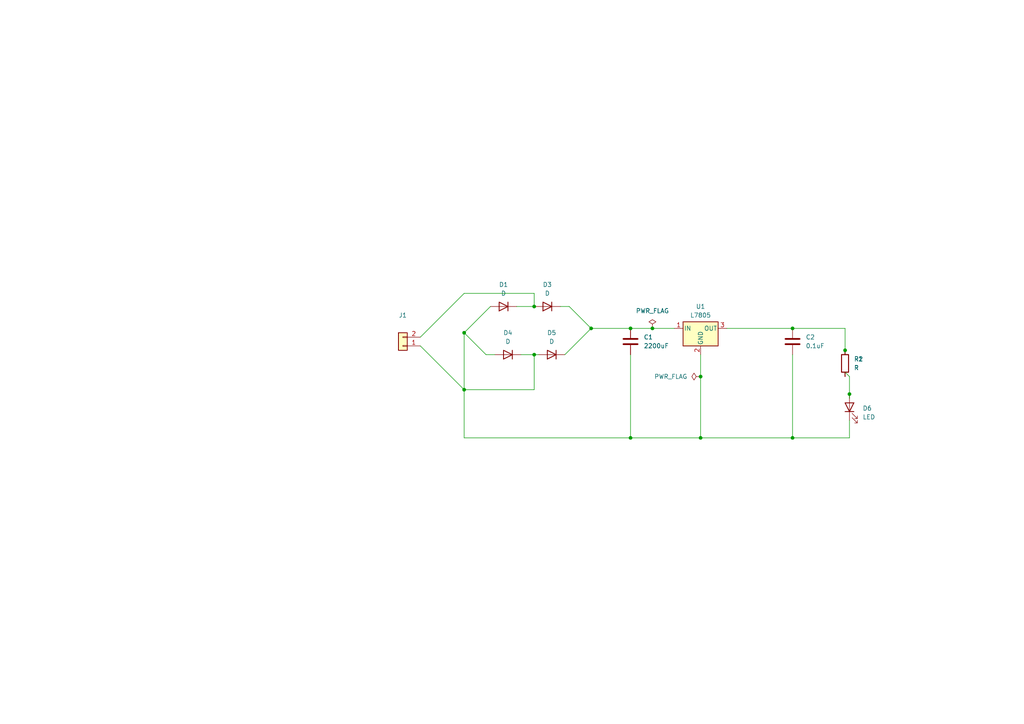
<source format=kicad_sch>
(kicad_sch (version 20231120) (generator "eeschema") (generator_version "8.0")
  (paper "A4")
  (lib_symbols
    (symbol "Connector_Generic:Conn_01x02" (pin_names (offset 1.016) hide)
      (property "Reference" "J" (at 0 2.54 0))
      (property "Value" "Conn_01x02" (at 0 -5.08 0))
      (symbol "Conn_01x02_1_1"
        (rectangle (start -1.27 -2.413) (end 0 -2.667) (stroke (width 0.1524)))
        (rectangle (start -1.27 0.127) (end 0 -0.127) (stroke (width 0.1524)))
        (rectangle (start -1.27 1.27) (end 1.27 -3.81) (stroke (width 0.254)) (fill (type background)))
        (pin passive line (at -5.08 0 0) (length 3.81) (name "Pin_1") (number "1"))
        (pin passive line (at -5.08 -2.54 0) (length 3.81) (name "Pin_2") (number "2"))
      )
    )
    (symbol "Device:C" (pin_numbers hide) (pin_names (offset 0.254))
      (property "Reference" "C" (at 0.635 2.54 0))
      (property "Value" "C" (at 0.635 -2.54 0))
      (symbol "C_0_1"
        (polyline (pts (xy -2.032 -0.762) (xy 2.032 -0.762)) (stroke (width 0.508)))
        (polyline (pts (xy -2.032 0.762) (xy 2.032 0.762)) (stroke (width 0.508)))
      )
      (symbol "C_1_1"
        (pin passive line (at 0 3.81 270) (length 2.794) (name "~") (number "1"))
        (pin passive line (at 0 -3.81 90) (length 2.794) (name "~") (number "2"))
      )
    )
    (symbol "Device:D" (pin_numbers hide) (pin_names (offset 1.016) hide)
      (property "Reference" "D" (at 0 2.54 0))
      (property "Value" "D" (at 0 -2.54 0))
      (symbol "D_0_1"
        (polyline (pts (xy -1.27 1.27) (xy -1.27 -1.27)) (stroke (width 0.254)))
        (polyline (pts (xy 1.27 0) (xy -1.27 0)))
        (polyline (pts (xy 1.27 1.27) (xy 1.27 -1.27) (xy -1.27 0) (xy 1.27 1.27)) (stroke (width 0.254)))
      )
      (symbol "D_1_1"
        (pin passive line (at -3.81 0 0) (length 2.54) (name "K") (number "1"))
        (pin passive line (at 3.81 0 180) (length 2.54) (name "A") (number "2"))
      )
    )
    (symbol "Device:LED" (pin_numbers hide) (pin_names (offset 1.016) hide)
      (property "Reference" "D" (at 0 2.54 0))
      (property "Value" "LED" (at 0 -2.54 0))
      (symbol "LED_0_1"
        (polyline (pts (xy -1.27 -1.27) (xy -1.27 1.27)) (stroke (width 0.254)))
        (polyline (pts (xy -1.27 0) (xy 1.27 0)))
        (polyline (pts (xy 1.27 -1.27) (xy 1.27 1.27) (xy -1.27 0) (xy 1.27 -1.27)) (stroke (width 0.254)))
        (polyline (pts (xy -3.048 -0.762) (xy -4.572 -2.286) (xy -3.81 -2.286) (xy -4.572 -2.286) (xy -4.572 -1.524)))
        (polyline (pts (xy -1.778 -0.762) (xy -3.302 -2.286) (xy -2.54 -2.286) (xy -3.302 -2.286) (xy -3.302 -1.524)))
      )
      (symbol "LED_1_1"
        (pin passive line (at -3.81 0 0) (length 2.54) (name "K") (number "1"))
        (pin passive line (at 3.81 0 180) (length 2.54) (name "A") (number "2"))
      )
    )
    (symbol "Device:R" (pin_numbers hide) (pin_names (offset 0))
      (property "Reference" "R" (at 2.032 0 90))
      (property "Value" "R" (at 0 0 90))
      (symbol "R_0_1"
        (rectangle (start -1.016 -2.54) (end 1.016 2.54) (stroke (width 0.254)))
      )
      (symbol "R_1_1"
        (pin passive line (at 0 3.81 270) (length 1.27) (name "~") (number "1"))
        (pin passive line (at 0 -3.81 90) (length 1.27) (name "~") (number "2"))
      )
    )
    (symbol "Regulator_Linear:L7805" (pin_names (offset 0.254))
      (property "Reference" "U" (at -3.81 3.175 0))
      (property "Value" "L7805" (at 0 3.175 0))
      (symbol "L7805_0_1"
        (rectangle (start -5.08 1.905) (end 5.08 -5.08) (stroke (width 0.254)) (fill (type background)))
      )
      (symbol "L7805_1_1"
        (pin power_in line (at -7.62 0 0) (length 2.54) (name "IN") (number "1"))
        (pin power_in line (at 0 -7.62 90) (length 2.54) (name "GND") (number "2"))
        (pin power_out line (at 7.62 0 180) (length 2.54) (name "OUT") (number "3"))
      )
    )
    (symbol "power:PWR_FLAG" (power) (pin_numbers hide) (pin_names (offset 0) hide)
      (property "Value" "PWR_FLAG" (at 0 3.81 0))
      (symbol "PWR_FLAG_0_0"
        (pin power_out line (at 0 0 90) (length 0) (name "~") (number "1"))
      )
      (symbol "PWR_FLAG_0_1"
        (polyline (pts (xy 0 0) (xy 0 1.27) (xy -1.016 1.905) (xy 0 2.54) (xy 1.016 1.905) (xy 0 1.27)))
      )
    )
  )
  (junction (at 134.62 96.52))
  (junction (at 245.11 101.6))
  (junction (at 203.2 109.22))
  (junction (at 229.87 127))
  (junction (at 229.87 95.25))
  (junction (at 182.88 95.25))
  (junction (at 203.2 127))
  (junction (at 246.38 114.3))
  (junction (at 134.62 113.03))
  (junction (at 154.94 88.9))
  (junction (at 171.45 95.25))
  (junction (at 182.88 127))
  (junction (at 154.94 102.87))
  (junction (at 189.23 95.25))
  (wire (pts (xy 245.11 107.95) (xy 246.38 109.22)))
  (wire (pts (xy 134.62 85.09) (xy 154.94 85.09)))
  (wire (pts (xy 149.86 88.9) (xy 154.94 88.9)))
  (wire (pts (xy 189.23 95.25) (xy 195.58 95.25)))
  (wire (pts (xy 134.62 96.52) (xy 142.24 88.9)))
  (wire (pts (xy 134.62 113.03) (xy 134.62 127)))
  (wire (pts (xy 154.94 102.87) (xy 156.21 102.87)))
  (wire (pts (xy 245.11 95.25) (xy 245.11 101.6)))
  (wire (pts (xy 229.87 127) (xy 246.38 127)))
  (wire (pts (xy 203.2 127) (xy 229.87 127)))
  (wire (pts (xy 182.88 102.87) (xy 182.88 127)))
  (wire (pts (xy 134.62 113.03) (xy 121.92 100.33)))
  (wire (pts (xy 246.38 121.92) (xy 246.38 127)))
  (wire (pts (xy 229.87 102.87) (xy 229.87 127)))
  (wire (pts (xy 163.83 102.87) (xy 171.45 95.25)))
  (wire (pts (xy 229.87 95.25) (xy 245.11 95.25)))
  (wire (pts (xy 182.88 95.25) (xy 189.23 95.25)))
  (wire (pts (xy 162.56 88.9) (xy 165.1 88.9)))
  (wire (pts (xy 203.2 109.22) (xy 203.2 127)))
  (wire (pts (xy 246.38 109.22) (xy 246.38 114.3)))
  (wire (pts (xy 246.38 114.3) (xy 246.38 115.57)))
  (wire (pts (xy 154.94 113.03) (xy 134.62 113.03)))
  (wire (pts (xy 210.82 95.25) (xy 229.87 95.25)))
  (wire (pts (xy 203.2 102.87) (xy 203.2 109.22)))
  (wire (pts (xy 134.62 127) (xy 182.88 127)))
  (wire (pts (xy 143.51 102.87) (xy 140.97 102.87)))
  (wire (pts (xy 140.97 102.87) (xy 134.62 96.52)))
  (wire (pts (xy 134.62 96.52) (xy 134.62 113.03)))
  (wire (pts (xy 121.92 97.79) (xy 134.62 85.09)))
  (wire (pts (xy 154.94 85.09) (xy 154.94 88.9)))
  (wire (pts (xy 151.13 102.87) (xy 154.94 102.87)))
  (wire (pts (xy 171.45 95.25) (xy 182.88 95.25)))
  (wire (pts (xy 154.94 102.87) (xy 154.94 113.03)))
  (wire (pts (xy 245.11 101.6) (xy 245.11 102.87)))
  (wire (pts (xy 165.1 88.9) (xy 171.45 95.25)))
  (wire (pts (xy 182.88 127) (xy 203.2 127)))
  (symbol (lib_id "Device:D") (at 160.02 102.87 180) (unit 1)
    (property "Reference" "D5" (at 160.02 96.52 0))
    (property "Value" "D" (at 160.02 99.06 0))
    (property "Footprint" "Diode_THT:D_DO-15_P10.16mm_Horizontal" (effects (hide yes)))
    (property "Description" "Diode" (effects (hide yes)))
    (property "Sim.Device" "D" (effects (hide yes)))
    (property "Sim.Pins" "1=K 2=A" (effects (hide yes)))
  )
  (symbol (lib_id "Device:R") (at 245.11 105.41 0) (unit 1)
    (property "Reference" "R1" (at 247.65 104.1399 0) (effects (justify left)))
    (property "Value" "R" (at 247.65 106.6799 0) (effects (justify left)))
    (property "Description" "Resistor" (effects (hide yes)))
  )
  (symbol (lib_id "Device:C") (at 182.88 99.06 0) (unit 1)
    (property "Reference" "C1" (at 186.69 97.7899 0) (effects (justify left)))
    (property "Value" "2200uF" (at 186.69 100.3299 0) (effects (justify left)))
    (property "Footprint" "Capacitor_THT:CP_Radial_D5.0mm_P2.00mm" (effects (hide yes)))
    (property "Description" "Unpolarized capacitor" (effects (hide yes)))
  )
  (symbol (lib_id "Device:LED") (at 246.38 118.11 90) (unit 1)
    (property "Reference" "D6" (at 250.19 118.4274 90) (effects (justify right)))
    (property "Value" "LED" (at 250.19 120.9674 90) (effects (justify right)))
    (property "Footprint" "LED_THT:LED_D3.0mm" (effects (hide yes)))
    (property "Description" "Light emitting diode" (effects (hide yes)))
  )
  (symbol (lib_id "Device:D") (at 158.75 88.9 180) (unit 1)
    (property "Reference" "D3" (at 158.75 82.55 0))
    (property "Value" "D" (at 158.75 85.09 0))
    (property "Footprint" "Diode_THT:D_DO-15_P10.16mm_Horizontal" (effects (hide yes)))
    (property "Description" "Diode" (effects (hide yes)))
    (property "Sim.Device" "D" (effects (hide yes)))
    (property "Sim.Pins" "1=K 2=A" (effects (hide yes)))
  )
  (symbol (lib_id "Device:R") (at 245.11 105.41 0) (unit 1)
    (property "Reference" "R2" (at 247.65 104.1399 0) (effects (justify left)))
    (property "Value" "R" (at 247.65 106.6799 0) (effects (justify left)))
    (property "Description" "Resistor" (effects (hide yes)))
  )
  (symbol (lib_id "Connector_Generic:Conn_01x02") (at 116.84 100.33 180) (unit 1)
    (property "Reference" "J1" (at 116.84 91.44 0))
    (property "Value" "Conn_01x02" (effects (hide yes)))
    (property "Footprint" "LED_THT:LED_D3.0mm_Horizontal_O1.27mm_Z2.0mm_Clear" (effects (hide yes)))
    (property "Description" "Generic connector, single row, 01x02, script generated (kicad-library-utils/schlib/autogen/connector/)" (effects (hide yes)))
  )
  (symbol (lib_id "Device:C") (at 229.87 99.06 0) (unit 1)
    (property "Reference" "C2" (at 233.68 97.7899 0) (effects (justify left)))
    (property "Value" "0.1uF" (at 233.68 100.3299 0) (effects (justify left)))
    (property "Footprint" "Capacitor_THT:C_Disc_D8.0mm_W5.0mm_P7.50mm" (effects (hide yes)))
    (property "Description" "Unpolarized capacitor" (effects (hide yes)))
  )
  (symbol (lib_id "Regulator_Linear:L7805") (at 203.2 95.25 0) (unit 1)
    (property "Reference" "U1" (at 203.2 88.9 0))
    (property "Value" "L7805" (at 203.2 91.44 0))
    (property "Datasheet" "http://www.st.com/content/ccc/resource/technical/document/datasheet/41/4f/b3/b0/12/d4/47/88/CD00000444.pdf/files/CD00000444.pdf/jcr:content/translations/en.CD00000444.pdf" (effects (hide yes)))
    (property "Description" "Positive 1.5A 35V Linear Regulator, Fixed Output 5V, TO-220/TO-263/TO-252" (effects (hide yes)))
  )
  (symbol (lib_id "Device:D") (at 147.32 102.87 180) (unit 1)
    (property "Reference" "D4" (at 147.32 96.52 0))
    (property "Value" "D" (at 147.32 99.06 0))
    (property "Footprint" "Diode_THT:D_DO-15_P10.16mm_Horizontal" (effects (hide yes)))
    (property "Description" "Diode" (effects (hide yes)))
    (property "Sim.Device" "D" (effects (hide yes)))
    (property "Sim.Pins" "1=K 2=A" (effects (hide yes)))
  )
  (symbol (lib_id "power:PWR_FLAG") (at 203.2 109.22 90) (unit 1)
    (property "Reference" "#FLG02" (effects (hide yes)))
    (property "Value" "PWR_FLAG" (at 199.39 109.2199 90) (effects (justify left)))
    (property "Description" "Special symbol for telling ERC where power comes from" (effects (hide yes)))
  )
  (symbol (lib_id "Device:D") (at 146.05 88.9 180) (unit 1)
    (property "Reference" "D1" (at 146.05 82.55 0))
    (property "Value" "D" (at 146.05 85.09 0))
    (property "Footprint" "Diode_THT:D_DO-15_P10.16mm_Horizontal" (effects (hide yes)))
    (property "Description" "Diode" (effects (hide yes)))
    (property "Sim.Device" "D" (effects (hide yes)))
    (property "Sim.Pins" "1=K 2=A" (effects (hide yes)))
  )
  (symbol (lib_id "power:PWR_FLAG") (at 189.23 95.25 0) (unit 1)
    (property "Reference" "#FLG01" (effects (hide yes)))
    (property "Value" "PWR_FLAG" (at 189.23 90.17 0))
    (property "Description" "Special symbol for telling ERC where power comes from" (effects (hide yes)))
  )
)
</source>
